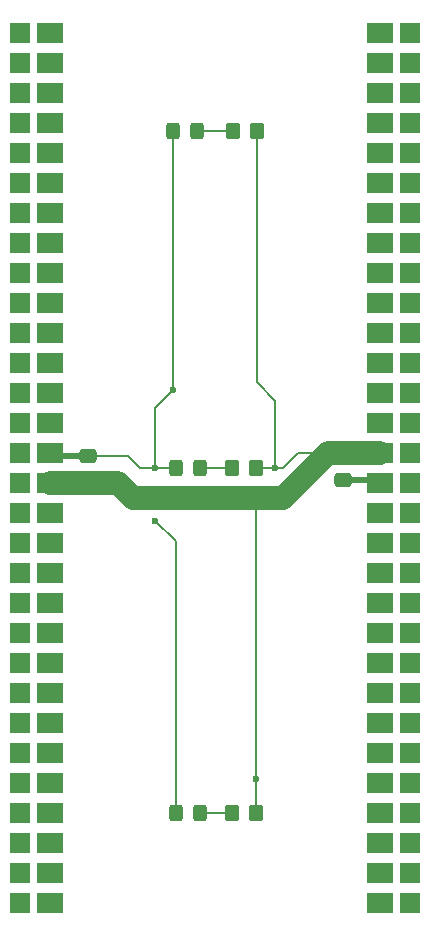
<source format=gtl>
%TF.GenerationSoftware,KiCad,Pcbnew,8.0.4*%
%TF.CreationDate,2024-08-07T10:54:24+02:00*%
%TF.ProjectId,DCJ11_Carrier,44434a31-315f-4436-9172-726965722e6b,rev?*%
%TF.SameCoordinates,Original*%
%TF.FileFunction,Copper,L1,Top*%
%TF.FilePolarity,Positive*%
%FSLAX46Y46*%
G04 Gerber Fmt 4.6, Leading zero omitted, Abs format (unit mm)*
G04 Created by KiCad (PCBNEW 8.0.4) date 2024-08-07 10:54:24*
%MOMM*%
%LPD*%
G01*
G04 APERTURE LIST*
G04 Aperture macros list*
%AMRoundRect*
0 Rectangle with rounded corners*
0 $1 Rounding radius*
0 $2 $3 $4 $5 $6 $7 $8 $9 X,Y pos of 4 corners*
0 Add a 4 corners polygon primitive as box body*
4,1,4,$2,$3,$4,$5,$6,$7,$8,$9,$2,$3,0*
0 Add four circle primitives for the rounded corners*
1,1,$1+$1,$2,$3*
1,1,$1+$1,$4,$5*
1,1,$1+$1,$6,$7*
1,1,$1+$1,$8,$9*
0 Add four rect primitives between the rounded corners*
20,1,$1+$1,$2,$3,$4,$5,0*
20,1,$1+$1,$4,$5,$6,$7,0*
20,1,$1+$1,$6,$7,$8,$9,0*
20,1,$1+$1,$8,$9,$2,$3,0*%
G04 Aperture macros list end*
%TA.AperFunction,SMDPad,CuDef*%
%ADD10RoundRect,0.250000X-0.475000X0.337500X-0.475000X-0.337500X0.475000X-0.337500X0.475000X0.337500X0*%
%TD*%
%TA.AperFunction,SMDPad,CuDef*%
%ADD11RoundRect,0.250000X0.475000X-0.337500X0.475000X0.337500X-0.475000X0.337500X-0.475000X-0.337500X0*%
%TD*%
%TA.AperFunction,SMDPad,CuDef*%
%ADD12RoundRect,0.250000X-0.350000X-0.450000X0.350000X-0.450000X0.350000X0.450000X-0.350000X0.450000X0*%
%TD*%
%TA.AperFunction,SMDPad,CuDef*%
%ADD13RoundRect,0.250000X-0.325000X-0.450000X0.325000X-0.450000X0.325000X0.450000X-0.325000X0.450000X0*%
%TD*%
%TA.AperFunction,ComponentPad*%
%ADD14R,1.700000X1.700000*%
%TD*%
%TA.AperFunction,ComponentPad*%
%ADD15R,2.200000X1.800000*%
%TD*%
%TA.AperFunction,ViaPad*%
%ADD16C,0.600000*%
%TD*%
%TA.AperFunction,Conductor*%
%ADD17C,0.200000*%
%TD*%
%TA.AperFunction,Conductor*%
%ADD18C,0.500000*%
%TD*%
%TA.AperFunction,Conductor*%
%ADD19C,2.000000*%
%TD*%
G04 APERTURE END LIST*
D10*
%TO.P,C2,1*%
%TO.N,VCC*%
X146685000Y-89132500D03*
%TO.P,C2,2*%
%TO.N,GND*%
X146685000Y-91207500D03*
%TD*%
D11*
%TO.P,C1,1*%
%TO.N,VCC*%
X125095000Y-91207500D03*
%TO.P,C1,2*%
%TO.N,GND*%
X125095000Y-89132500D03*
%TD*%
D12*
%TO.P,R3,2*%
%TO.N,VCC*%
X139340000Y-119380000D03*
%TO.P,R3,1*%
%TO.N,Net-(D3-A)*%
X137340000Y-119380000D03*
%TD*%
%TO.P,R2,2*%
%TO.N,VCC*%
X139340000Y-90170000D03*
%TO.P,R2,1*%
%TO.N,Net-(D2-A)*%
X137340000Y-90170000D03*
%TD*%
%TO.P,R1,1*%
%TO.N,Net-(D1-A)*%
X137430000Y-61595000D03*
%TO.P,R1,2*%
%TO.N,VCC*%
X139430000Y-61595000D03*
%TD*%
D13*
%TO.P,D3,2,A*%
%TO.N,Net-(D3-A)*%
X134620000Y-119380000D03*
%TO.P,D3,1,K*%
%TO.N,GND*%
X132570000Y-119380000D03*
%TD*%
%TO.P,D2,2,A*%
%TO.N,Net-(D2-A)*%
X134620000Y-90170000D03*
%TO.P,D2,1,K*%
%TO.N,GND*%
X132570000Y-90170000D03*
%TD*%
%TO.P,D1,1,K*%
%TO.N,GND*%
X132325000Y-61595000D03*
%TO.P,D1,2,A*%
%TO.N,Net-(D1-A)*%
X134375000Y-61595000D03*
%TD*%
D14*
%TO.P,J1,30,Pin_30*%
%TO.N,Net-(J1-Pin_30)*%
X119380000Y-127000000D03*
%TO.P,J1,29,Pin_29*%
%TO.N,Net-(J1-Pin_29)*%
X119380000Y-124460000D03*
%TO.P,J1,28,Pin_28*%
%TO.N,Net-(J1-Pin_28)*%
X119380000Y-121920000D03*
%TO.P,J1,27,Pin_27*%
%TO.N,Net-(J1-Pin_27)*%
X119380000Y-119380000D03*
%TO.P,J1,26,Pin_26*%
%TO.N,Net-(J1-Pin_26)*%
X119380000Y-116840000D03*
%TO.P,J1,25,Pin_25*%
%TO.N,Net-(J1-Pin_25)*%
X119380000Y-114300000D03*
%TO.P,J1,24,Pin_24*%
%TO.N,Net-(J1-Pin_24)*%
X119380000Y-111760000D03*
%TO.P,J1,23,Pin_23*%
%TO.N,Net-(J1-Pin_23)*%
X119380000Y-109220000D03*
%TO.P,J1,22,Pin_22*%
%TO.N,Net-(J1-Pin_22)*%
X119380000Y-106680000D03*
%TO.P,J1,21,Pin_21*%
%TO.N,Net-(J1-Pin_21)*%
X119380000Y-104140000D03*
%TO.P,J1,20,Pin_20*%
%TO.N,Net-(J1-Pin_20)*%
X119380000Y-101600000D03*
%TO.P,J1,19,Pin_19*%
%TO.N,Net-(J1-Pin_19)*%
X119380000Y-99060000D03*
%TO.P,J1,18,Pin_18*%
%TO.N,Net-(J1-Pin_18)*%
X119380000Y-96520000D03*
%TO.P,J1,17,Pin_17*%
%TO.N,Net-(J1-Pin_17)*%
X119380000Y-93980000D03*
%TO.P,J1,16,Pin_16*%
%TO.N,VCC*%
X119380000Y-91440000D03*
%TO.P,J1,15,Pin_15*%
%TO.N,GND*%
X119380000Y-88900000D03*
%TO.P,J1,14,Pin_14*%
%TO.N,Net-(J1-Pin_14)*%
X119380000Y-86360000D03*
%TO.P,J1,13,Pin_13*%
%TO.N,Net-(J1-Pin_13)*%
X119380000Y-83820000D03*
%TO.P,J1,12,Pin_12*%
%TO.N,Net-(J1-Pin_12)*%
X119380000Y-81280000D03*
%TO.P,J1,11,Pin_11*%
%TO.N,Net-(J1-Pin_11)*%
X119380000Y-78740000D03*
%TO.P,J1,10,Pin_10*%
%TO.N,Net-(J1-Pin_10)*%
X119380000Y-76200000D03*
%TO.P,J1,9,Pin_9*%
%TO.N,Net-(J1-Pin_9)*%
X119380000Y-73660000D03*
%TO.P,J1,8,Pin_8*%
%TO.N,Net-(J1-Pin_8)*%
X119380000Y-71120000D03*
%TO.P,J1,7,Pin_7*%
%TO.N,Net-(J1-Pin_7)*%
X119380000Y-68580000D03*
%TO.P,J1,6,Pin_6*%
%TO.N,Net-(J1-Pin_6)*%
X119380000Y-66040000D03*
%TO.P,J1,5,Pin_5*%
%TO.N,Net-(J1-Pin_5)*%
X119380000Y-63500000D03*
%TO.P,J1,4,Pin_4*%
%TO.N,Net-(J1-Pin_4)*%
X119380000Y-60960000D03*
%TO.P,J1,3,Pin_3*%
%TO.N,Net-(J1-Pin_3)*%
X119380000Y-58420000D03*
%TO.P,J1,2,Pin_2*%
%TO.N,Net-(J1-Pin_2)*%
X119380000Y-55880000D03*
%TO.P,J1,1,Pin_1*%
%TO.N,Net-(J1-Pin_1)*%
X119380000Y-53340000D03*
%TD*%
%TO.P,J2,30,Pin_30*%
%TO.N,Net-(J2-Pin_30)*%
X152400000Y-127000000D03*
%TO.P,J2,29,Pin_29*%
%TO.N,Net-(J2-Pin_29)*%
X152400000Y-124460000D03*
%TO.P,J2,28,Pin_28*%
%TO.N,Net-(J2-Pin_28)*%
X152400000Y-121920000D03*
%TO.P,J2,27,Pin_27*%
%TO.N,Net-(J2-Pin_27)*%
X152400000Y-119380000D03*
%TO.P,J2,26,Pin_26*%
%TO.N,Net-(J2-Pin_26)*%
X152400000Y-116840000D03*
%TO.P,J2,25,Pin_25*%
%TO.N,Net-(J2-Pin_25)*%
X152400000Y-114300000D03*
%TO.P,J2,24,Pin_24*%
%TO.N,Net-(J2-Pin_24)*%
X152400000Y-111760000D03*
%TO.P,J2,23,Pin_23*%
%TO.N,Net-(J2-Pin_23)*%
X152400000Y-109220000D03*
%TO.P,J2,22,Pin_22*%
%TO.N,Net-(J2-Pin_22)*%
X152400000Y-106680000D03*
%TO.P,J2,21,Pin_21*%
%TO.N,Net-(J2-Pin_21)*%
X152400000Y-104140000D03*
%TO.P,J2,20,Pin_20*%
%TO.N,Net-(J2-Pin_20)*%
X152400000Y-101600000D03*
%TO.P,J2,19,Pin_19*%
%TO.N,Net-(J2-Pin_19)*%
X152400000Y-99060000D03*
%TO.P,J2,18,Pin_18*%
%TO.N,Net-(J2-Pin_18)*%
X152400000Y-96520000D03*
%TO.P,J2,17,Pin_17*%
%TO.N,Net-(J2-Pin_17)*%
X152400000Y-93980000D03*
%TO.P,J2,16,Pin_16*%
%TO.N,GND*%
X152400000Y-91440000D03*
%TO.P,J2,15,Pin_15*%
%TO.N,VCC*%
X152400000Y-88900000D03*
%TO.P,J2,14,Pin_14*%
%TO.N,Net-(J2-Pin_14)*%
X152400000Y-86360000D03*
%TO.P,J2,13,Pin_13*%
%TO.N,Net-(J2-Pin_13)*%
X152400000Y-83820000D03*
%TO.P,J2,12,Pin_12*%
%TO.N,Net-(J2-Pin_12)*%
X152400000Y-81280000D03*
%TO.P,J2,11,Pin_11*%
%TO.N,Net-(J2-Pin_11)*%
X152400000Y-78740000D03*
%TO.P,J2,10,Pin_10*%
%TO.N,Net-(J2-Pin_10)*%
X152400000Y-76200000D03*
%TO.P,J2,9,Pin_9*%
%TO.N,Net-(J2-Pin_9)*%
X152400000Y-73660000D03*
%TO.P,J2,8,Pin_8*%
%TO.N,Net-(J2-Pin_8)*%
X152400000Y-71120000D03*
%TO.P,J2,7,Pin_7*%
%TO.N,Net-(J2-Pin_7)*%
X152400000Y-68580000D03*
%TO.P,J2,6,Pin_6*%
%TO.N,Net-(J2-Pin_6)*%
X152400000Y-66040000D03*
%TO.P,J2,5,Pin_5*%
%TO.N,Net-(J2-Pin_5)*%
X152400000Y-63500000D03*
%TO.P,J2,4,Pin_4*%
%TO.N,Net-(J2-Pin_4)*%
X152400000Y-60960000D03*
%TO.P,J2,3,Pin_3*%
%TO.N,Net-(J2-Pin_3)*%
X152400000Y-58420000D03*
%TO.P,J2,2,Pin_2*%
%TO.N,Net-(J2-Pin_2)*%
X152400000Y-55880000D03*
%TO.P,J2,1,Pin_1*%
%TO.N,Net-(J2-Pin_1)*%
X152400000Y-53340000D03*
%TD*%
D15*
%TO.P,J4,30,Pin_30*%
%TO.N,Net-(J2-Pin_30)*%
X149860000Y-127000000D03*
%TO.P,J4,29,Pin_29*%
%TO.N,Net-(J2-Pin_29)*%
X149860000Y-124460000D03*
%TO.P,J4,28,Pin_28*%
%TO.N,Net-(J2-Pin_28)*%
X149860000Y-121920000D03*
%TO.P,J4,27,Pin_27*%
%TO.N,Net-(J2-Pin_27)*%
X149860000Y-119380000D03*
%TO.P,J4,26,Pin_26*%
%TO.N,Net-(J2-Pin_26)*%
X149860000Y-116840000D03*
%TO.P,J4,25,Pin_25*%
%TO.N,Net-(J2-Pin_25)*%
X149860000Y-114300000D03*
%TO.P,J4,24,Pin_24*%
%TO.N,Net-(J2-Pin_24)*%
X149860000Y-111760000D03*
%TO.P,J4,23,Pin_23*%
%TO.N,Net-(J2-Pin_23)*%
X149860000Y-109220000D03*
%TO.P,J4,22,Pin_22*%
%TO.N,Net-(J2-Pin_22)*%
X149860000Y-106680000D03*
%TO.P,J4,21,Pin_21*%
%TO.N,Net-(J2-Pin_21)*%
X149860000Y-104140000D03*
%TO.P,J4,20,Pin_20*%
%TO.N,Net-(J2-Pin_20)*%
X149860000Y-101600000D03*
%TO.P,J4,19,Pin_19*%
%TO.N,Net-(J2-Pin_19)*%
X149860000Y-99060000D03*
%TO.P,J4,18,Pin_18*%
%TO.N,Net-(J2-Pin_18)*%
X149860000Y-96520000D03*
%TO.P,J4,17,Pin_17*%
%TO.N,Net-(J2-Pin_17)*%
X149860000Y-93980000D03*
%TO.P,J4,16,Pin_16*%
%TO.N,GND*%
X149860000Y-91440000D03*
%TO.P,J4,15,Pin_15*%
%TO.N,VCC*%
X149860000Y-88900000D03*
%TO.P,J4,14,Pin_14*%
%TO.N,Net-(J2-Pin_14)*%
X149860000Y-86360000D03*
%TO.P,J4,13,Pin_13*%
%TO.N,Net-(J2-Pin_13)*%
X149860000Y-83820000D03*
%TO.P,J4,12,Pin_12*%
%TO.N,Net-(J2-Pin_12)*%
X149860000Y-81280000D03*
%TO.P,J4,11,Pin_11*%
%TO.N,Net-(J2-Pin_11)*%
X149860000Y-78740000D03*
%TO.P,J4,10,Pin_10*%
%TO.N,Net-(J2-Pin_10)*%
X149860000Y-76200000D03*
%TO.P,J4,9,Pin_9*%
%TO.N,Net-(J2-Pin_9)*%
X149860000Y-73660000D03*
%TO.P,J4,8,Pin_8*%
%TO.N,Net-(J2-Pin_8)*%
X149860000Y-71120000D03*
%TO.P,J4,7,Pin_7*%
%TO.N,Net-(J2-Pin_7)*%
X149860000Y-68580000D03*
%TO.P,J4,6,Pin_6*%
%TO.N,Net-(J2-Pin_6)*%
X149860000Y-66040000D03*
%TO.P,J4,5,Pin_5*%
%TO.N,Net-(J2-Pin_5)*%
X149860000Y-63500000D03*
%TO.P,J4,4,Pin_4*%
%TO.N,Net-(J2-Pin_4)*%
X149860000Y-60960000D03*
%TO.P,J4,3,Pin_3*%
%TO.N,Net-(J2-Pin_3)*%
X149860000Y-58420000D03*
%TO.P,J4,2,Pin_2*%
%TO.N,Net-(J2-Pin_2)*%
X149860000Y-55880000D03*
%TO.P,J4,1,Pin_1*%
%TO.N,Net-(J2-Pin_1)*%
X149860000Y-53340000D03*
%TD*%
%TO.P,J3,30,Pin_30*%
%TO.N,Net-(J1-Pin_30)*%
X121920000Y-127000000D03*
%TO.P,J3,29,Pin_29*%
%TO.N,Net-(J1-Pin_29)*%
X121920000Y-124460000D03*
%TO.P,J3,28,Pin_28*%
%TO.N,Net-(J1-Pin_28)*%
X121920000Y-121920000D03*
%TO.P,J3,27,Pin_27*%
%TO.N,Net-(J1-Pin_27)*%
X121920000Y-119380000D03*
%TO.P,J3,26,Pin_26*%
%TO.N,Net-(J1-Pin_26)*%
X121920000Y-116840000D03*
%TO.P,J3,25,Pin_25*%
%TO.N,Net-(J1-Pin_25)*%
X121920000Y-114300000D03*
%TO.P,J3,24,Pin_24*%
%TO.N,Net-(J1-Pin_24)*%
X121920000Y-111760000D03*
%TO.P,J3,23,Pin_23*%
%TO.N,Net-(J1-Pin_23)*%
X121920000Y-109220000D03*
%TO.P,J3,22,Pin_22*%
%TO.N,Net-(J1-Pin_22)*%
X121920000Y-106680000D03*
%TO.P,J3,21,Pin_21*%
%TO.N,Net-(J1-Pin_21)*%
X121920000Y-104140000D03*
%TO.P,J3,20,Pin_20*%
%TO.N,Net-(J1-Pin_20)*%
X121920000Y-101600000D03*
%TO.P,J3,19,Pin_19*%
%TO.N,Net-(J1-Pin_19)*%
X121920000Y-99060000D03*
%TO.P,J3,18,Pin_18*%
%TO.N,Net-(J1-Pin_18)*%
X121920000Y-96520000D03*
%TO.P,J3,17,Pin_17*%
%TO.N,Net-(J1-Pin_17)*%
X121920000Y-93980000D03*
%TO.P,J3,16,Pin_16*%
%TO.N,VCC*%
X121920000Y-91440000D03*
%TO.P,J3,15,Pin_15*%
%TO.N,GND*%
X121920000Y-88900000D03*
%TO.P,J3,14,Pin_14*%
%TO.N,Net-(J1-Pin_14)*%
X121920000Y-86360000D03*
%TO.P,J3,13,Pin_13*%
%TO.N,Net-(J1-Pin_13)*%
X121920000Y-83820000D03*
%TO.P,J3,12,Pin_12*%
%TO.N,Net-(J1-Pin_12)*%
X121920000Y-81280000D03*
%TO.P,J3,11,Pin_11*%
%TO.N,Net-(J1-Pin_11)*%
X121920000Y-78740000D03*
%TO.P,J3,10,Pin_10*%
%TO.N,Net-(J1-Pin_10)*%
X121920000Y-76200000D03*
%TO.P,J3,9,Pin_9*%
%TO.N,Net-(J1-Pin_9)*%
X121920000Y-73660000D03*
%TO.P,J3,8,Pin_8*%
%TO.N,Net-(J1-Pin_8)*%
X121920000Y-71120000D03*
%TO.P,J3,7,Pin_7*%
%TO.N,Net-(J1-Pin_7)*%
X121920000Y-68580000D03*
%TO.P,J3,6,Pin_6*%
%TO.N,Net-(J1-Pin_6)*%
X121920000Y-66040000D03*
%TO.P,J3,5,Pin_5*%
%TO.N,Net-(J1-Pin_5)*%
X121920000Y-63500000D03*
%TO.P,J3,4,Pin_4*%
%TO.N,Net-(J1-Pin_4)*%
X121920000Y-60960000D03*
%TO.P,J3,3,Pin_3*%
%TO.N,Net-(J1-Pin_3)*%
X121920000Y-58420000D03*
%TO.P,J3,2,Pin_2*%
%TO.N,Net-(J1-Pin_2)*%
X121920000Y-55880000D03*
%TO.P,J3,1,Pin_1*%
%TO.N,Net-(J1-Pin_1)*%
X121920000Y-53340000D03*
%TD*%
D16*
%TO.N,GND*%
X132325000Y-83575000D03*
%TO.N,VCC*%
X139340000Y-116500000D03*
%TO.N,GND*%
X130810000Y-94615000D03*
%TO.N,VCC*%
X140970000Y-90170000D03*
%TO.N,GND*%
X130810000Y-90170000D03*
%TD*%
D17*
%TO.N,VCC*%
X139340000Y-119380000D02*
X139340000Y-116500000D01*
X139340000Y-116500000D02*
X139340000Y-92985000D01*
D18*
%TO.N,GND*%
X146685000Y-91207500D02*
X149627500Y-91207500D01*
D17*
X149627500Y-91207500D02*
X149860000Y-91440000D01*
%TO.N,VCC*%
X140970000Y-90170000D02*
X141605000Y-90170000D01*
X141605000Y-90170000D02*
X142875000Y-88900000D01*
X142875000Y-88900000D02*
X146685000Y-88900000D01*
D19*
X139065000Y-92710000D02*
X141605000Y-92710000D01*
X141605000Y-92710000D02*
X145415000Y-88900000D01*
X145415000Y-88900000D02*
X146685000Y-88900000D01*
D18*
%TO.N,GND*%
X125095000Y-89132500D02*
X122152500Y-89132500D01*
D17*
X122152500Y-89132500D02*
X121920000Y-88900000D01*
X130810000Y-90170000D02*
X129540000Y-90170000D01*
X129540000Y-90170000D02*
X128502500Y-89132500D01*
X128502500Y-89132500D02*
X125095000Y-89132500D01*
%TO.N,VCC*%
X139430000Y-82915000D02*
X140970000Y-84455000D01*
X139430000Y-61595000D02*
X139430000Y-82915000D01*
X140970000Y-84455000D02*
X140970000Y-90170000D01*
%TO.N,GND*%
X132325000Y-83575000D02*
X130810000Y-85090000D01*
X132325000Y-61595000D02*
X132325000Y-83575000D01*
X130810000Y-85090000D02*
X130810000Y-90170000D01*
X132570000Y-96375000D02*
X130810000Y-94615000D01*
X132570000Y-119380000D02*
X132570000Y-96375000D01*
D19*
%TO.N,VCC*%
X128905000Y-92710000D02*
X139065000Y-92710000D01*
D17*
X139340000Y-92985000D02*
X139065000Y-92710000D01*
X139340000Y-90170000D02*
X140970000Y-90170000D01*
%TO.N,GND*%
X132570000Y-90170000D02*
X130810000Y-90170000D01*
D19*
%TO.N,VCC*%
X121920000Y-91440000D02*
X127635000Y-91440000D01*
X127635000Y-91440000D02*
X128905000Y-92710000D01*
X146685000Y-88900000D02*
X149860000Y-88900000D01*
D17*
%TO.N,Net-(D1-A)*%
X134375000Y-61595000D02*
X137430000Y-61595000D01*
%TO.N,Net-(D2-A)*%
X134620000Y-90170000D02*
X137340000Y-90170000D01*
%TO.N,Net-(D3-A)*%
X134620000Y-119380000D02*
X137340000Y-119380000D01*
%TD*%
M02*

</source>
